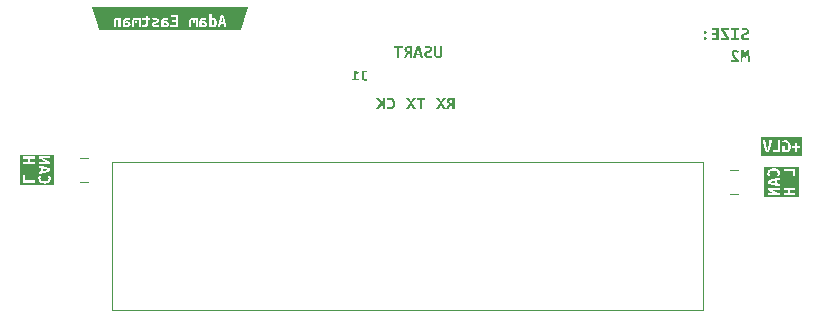
<source format=gbr>
%TF.GenerationSoftware,KiCad,Pcbnew,9.0.4*%
%TF.CreationDate,2026-01-24T19:15:15+00:00*%
%TF.ProjectId,can-repeater,63616e2d-7265-4706-9561-7465722e6b69,rev?*%
%TF.SameCoordinates,Original*%
%TF.FileFunction,Legend,Bot*%
%TF.FilePolarity,Positive*%
%FSLAX46Y46*%
G04 Gerber Fmt 4.6, Leading zero omitted, Abs format (unit mm)*
G04 Created by KiCad (PCBNEW 9.0.4) date 2026-01-24 19:15:15*
%MOMM*%
%LPD*%
G01*
G04 APERTURE LIST*
%ADD10C,0.083820*%
%ADD11C,0.100000*%
%ADD12C,0.220000*%
%ADD13C,0.150000*%
%ADD14C,0.000000*%
G04 APERTURE END LIST*
D10*
X140300000Y-76800000D02*
X190300000Y-76800000D01*
X190300000Y-76800000D02*
X190300000Y-89300000D01*
D11*
X138250000Y-76450000D02*
X137550000Y-76450000D01*
X193300000Y-79450000D02*
X192600000Y-79450000D01*
D10*
X190300000Y-89300000D02*
X140300000Y-89300000D01*
X140300000Y-89300000D02*
X140300000Y-76800000D01*
D11*
X137550000Y-78450000D02*
X138250000Y-78450000D01*
X192600000Y-77450000D02*
X193300000Y-77450000D01*
D12*
G36*
X193533559Y-66136025D02*
G01*
X193541343Y-66212781D01*
X193563247Y-66275665D01*
X193598878Y-66329789D01*
X193646265Y-66373527D01*
X193703550Y-66406679D01*
X193773278Y-66430955D01*
X193848894Y-66444846D01*
X193934075Y-66449694D01*
X194010721Y-66447426D01*
X194083588Y-66440761D01*
X194155242Y-66428879D01*
X194226385Y-66411006D01*
X194226385Y-66230462D01*
X194154248Y-66252224D01*
X194078685Y-66270023D01*
X194003189Y-66281979D01*
X193930314Y-66286345D01*
X193879675Y-66283894D01*
X193840847Y-66277344D01*
X193806254Y-66266113D01*
X193780733Y-66252493D01*
X193760311Y-66234854D01*
X193746948Y-66214946D01*
X193739093Y-66192236D01*
X193736403Y-66166788D01*
X193741732Y-66133235D01*
X193757090Y-66106405D01*
X193780360Y-66083957D01*
X193811563Y-66063284D01*
X193888603Y-66029499D01*
X193976524Y-65997192D01*
X194064446Y-65958168D01*
X194105457Y-65933676D01*
X194141486Y-65904166D01*
X194171822Y-65869065D01*
X194195958Y-65827260D01*
X194211092Y-65779706D01*
X194216578Y-65719591D01*
X194211280Y-65663103D01*
X194195555Y-65610042D01*
X194168764Y-65561881D01*
X194129463Y-65519636D01*
X194079588Y-65485780D01*
X194013735Y-65458111D01*
X193939062Y-65441387D01*
X193843131Y-65435207D01*
X193781942Y-65438162D01*
X193718805Y-65445685D01*
X193658691Y-65456633D01*
X193605696Y-65469596D01*
X193605696Y-65637245D01*
X193658288Y-65620050D01*
X193717260Y-65606415D01*
X193778517Y-65597415D01*
X193837086Y-65594258D01*
X193884077Y-65596405D01*
X193919768Y-65602117D01*
X193951627Y-65611836D01*
X193975382Y-65623744D01*
X193994429Y-65639404D01*
X194006951Y-65657663D01*
X194014197Y-65678606D01*
X194016690Y-65702329D01*
X194011514Y-65730997D01*
X193996070Y-65755257D01*
X193972851Y-65775632D01*
X193941195Y-65795020D01*
X193863818Y-65827998D01*
X193775158Y-65861045D01*
X193686498Y-65901210D01*
X193645338Y-65926267D01*
X193609055Y-65955951D01*
X193578365Y-65990965D01*
X193554247Y-66032118D01*
X193539015Y-66078623D01*
X193533559Y-66136025D01*
G37*
G36*
X193341530Y-65602855D02*
G01*
X193341530Y-65452402D01*
X192720841Y-65452402D01*
X192720841Y-65602855D01*
X192937253Y-65602855D01*
X192937253Y-66282046D01*
X192720841Y-66282046D01*
X192720841Y-66432500D01*
X193341530Y-66432500D01*
X193341530Y-66282046D01*
X193125118Y-66282046D01*
X193125118Y-65602855D01*
X193341530Y-65602855D01*
G37*
G36*
X192530289Y-66432500D02*
G01*
X192530289Y-66294808D01*
X192080943Y-65620050D01*
X192516050Y-65620050D01*
X192516050Y-65452402D01*
X191846531Y-65452402D01*
X191846531Y-65600572D01*
X192298900Y-66264851D01*
X191840486Y-66264851D01*
X191840486Y-66432500D01*
X192530289Y-66432500D01*
G37*
G36*
X191624411Y-66432500D02*
G01*
X191624411Y-65452402D01*
X191033074Y-65452402D01*
X191033074Y-65607154D01*
X191436612Y-65607154D01*
X191436612Y-65852178D01*
X191051881Y-65852178D01*
X191051881Y-66002632D01*
X191436612Y-66002632D01*
X191436612Y-66277747D01*
X191033074Y-66277747D01*
X191033074Y-66432500D01*
X191624411Y-66432500D01*
G37*
G36*
X190493859Y-65663037D02*
G01*
X190466065Y-65665711D01*
X190440529Y-65673582D01*
X190417323Y-65686171D01*
X190397744Y-65702531D01*
X190381651Y-65722429D01*
X190369198Y-65745786D01*
X190361308Y-65771282D01*
X190358653Y-65798445D01*
X190361326Y-65826307D01*
X190369198Y-65851910D01*
X190381663Y-65875150D01*
X190397744Y-65894762D01*
X190417294Y-65910801D01*
X190440529Y-65923308D01*
X190466065Y-65931180D01*
X190493859Y-65933853D01*
X190521664Y-65931170D01*
X190546921Y-65923308D01*
X190569889Y-65910845D01*
X190589706Y-65894762D01*
X190606069Y-65875128D01*
X190618655Y-65851910D01*
X190626476Y-65826310D01*
X190629133Y-65798445D01*
X190626494Y-65771279D01*
X190618655Y-65745786D01*
X190606081Y-65722451D01*
X190589706Y-65702531D01*
X190569861Y-65686128D01*
X190546921Y-65673582D01*
X190521664Y-65665720D01*
X190493859Y-65663037D01*
G37*
G36*
X190493859Y-66178878D02*
G01*
X190466065Y-66181551D01*
X190440529Y-66189423D01*
X190417299Y-66201944D01*
X190397744Y-66218036D01*
X190381670Y-66237604D01*
X190369198Y-66260888D01*
X190361311Y-66286336D01*
X190358653Y-66313547D01*
X190361325Y-66341351D01*
X190369198Y-66366945D01*
X190381651Y-66390302D01*
X190397744Y-66410200D01*
X190417323Y-66426560D01*
X190440529Y-66439149D01*
X190466065Y-66447020D01*
X190493859Y-66449694D01*
X190521664Y-66447011D01*
X190546921Y-66439149D01*
X190569861Y-66426603D01*
X190589706Y-66410200D01*
X190606081Y-66390280D01*
X190618655Y-66366945D01*
X190626477Y-66341354D01*
X190629133Y-66313547D01*
X190626491Y-66286333D01*
X190618655Y-66260888D01*
X190606062Y-66237626D01*
X190589706Y-66218036D01*
X190569885Y-66201900D01*
X190546921Y-66189423D01*
X190521664Y-66181561D01*
X190493859Y-66178878D01*
G37*
G36*
X193650765Y-68280500D02*
G01*
X193668766Y-67726172D01*
X193675550Y-67504925D01*
X193722903Y-67652624D01*
X193831847Y-67988190D01*
X193947575Y-67988190D01*
X194046042Y-67652624D01*
X194087349Y-67504925D01*
X194092588Y-67721672D01*
X194109112Y-68280500D01*
X194266215Y-68280500D01*
X194218123Y-67300402D01*
X194009167Y-67300402D01*
X193922791Y-67580420D01*
X193881483Y-67738195D01*
X193840176Y-67589488D01*
X193749232Y-67300402D01*
X193536515Y-67300402D01*
X193487684Y-68280500D01*
X193650765Y-68280500D01*
G37*
G36*
X193357314Y-68280500D02*
G01*
X193357314Y-68146636D01*
X193125118Y-67913567D01*
X193020338Y-67800996D01*
X192983930Y-67754254D01*
X192959418Y-67716567D01*
X192941147Y-67679552D01*
X192931275Y-67647923D01*
X192924491Y-67582637D01*
X192926762Y-67555495D01*
X192933491Y-67529911D01*
X192944663Y-67506407D01*
X192959821Y-67486588D01*
X192979020Y-67470353D01*
X193003412Y-67457438D01*
X193030915Y-67449397D01*
X193063526Y-67446557D01*
X193119527Y-67453057D01*
X193170993Y-67472349D01*
X193218669Y-67501979D01*
X193264892Y-67541128D01*
X193361814Y-67415190D01*
X193293923Y-67361265D01*
X193217943Y-67319276D01*
X193163562Y-67299366D01*
X193106035Y-67287305D01*
X193044719Y-67283207D01*
X192974642Y-67287995D01*
X192913946Y-67301611D01*
X192858874Y-67324743D01*
X192813599Y-67356016D01*
X192776842Y-67396183D01*
X192748984Y-67446087D01*
X192732074Y-67502780D01*
X192726080Y-67570614D01*
X192730120Y-67627815D01*
X192741864Y-67679827D01*
X192761042Y-67729420D01*
X192787739Y-67778495D01*
X192820593Y-67825658D01*
X192861757Y-67874543D01*
X192962037Y-67975831D01*
X193104834Y-68112851D01*
X192690751Y-68112851D01*
X192690751Y-68280500D01*
X193357314Y-68280500D01*
G37*
G36*
X167533663Y-67584181D02*
G01*
X167540320Y-67674536D01*
X167558850Y-67748806D01*
X167590019Y-67814655D01*
X167630987Y-67866953D01*
X167682584Y-67908034D01*
X167745574Y-67938150D01*
X167815830Y-67955892D01*
X167897371Y-67962128D01*
X167988228Y-67955693D01*
X168059713Y-67938150D01*
X168122008Y-67908259D01*
X168169464Y-67869169D01*
X168205375Y-67819881D01*
X168230317Y-67759688D01*
X168244156Y-67692901D01*
X168249056Y-67614943D01*
X168249056Y-66964836D01*
X168064213Y-66964836D01*
X168064213Y-67605070D01*
X168061931Y-67653172D01*
X168055616Y-67692991D01*
X168043503Y-67728925D01*
X168025525Y-67757941D01*
X168001458Y-67781273D01*
X167971792Y-67798174D01*
X167937102Y-67807998D01*
X167890587Y-67811675D01*
X167846783Y-67808530D01*
X167813211Y-67800055D01*
X167784251Y-67784788D01*
X167760619Y-67762441D01*
X167742638Y-67733806D01*
X167729051Y-67695946D01*
X167721372Y-67653151D01*
X167718506Y-67597547D01*
X167718506Y-66964836D01*
X167533663Y-66964836D01*
X167533663Y-67584181D01*
G37*
G36*
X166702205Y-67648459D02*
G01*
X166709989Y-67725215D01*
X166731893Y-67788099D01*
X166767523Y-67842223D01*
X166814911Y-67885961D01*
X166872195Y-67919113D01*
X166941923Y-67943389D01*
X167017540Y-67957280D01*
X167102721Y-67962128D01*
X167179367Y-67959860D01*
X167252234Y-67953195D01*
X167323888Y-67941313D01*
X167395031Y-67923440D01*
X167395031Y-67742896D01*
X167322893Y-67764658D01*
X167247331Y-67782457D01*
X167171835Y-67794413D01*
X167098959Y-67798779D01*
X167048321Y-67796328D01*
X167009493Y-67789778D01*
X166974899Y-67778547D01*
X166949379Y-67764927D01*
X166928957Y-67747288D01*
X166915594Y-67727380D01*
X166907739Y-67704670D01*
X166905049Y-67679222D01*
X166910378Y-67645669D01*
X166925736Y-67618839D01*
X166949006Y-67596391D01*
X166980209Y-67575718D01*
X167057249Y-67541933D01*
X167145170Y-67509626D01*
X167233091Y-67470602D01*
X167274103Y-67446110D01*
X167310132Y-67416600D01*
X167340468Y-67381499D01*
X167364604Y-67339694D01*
X167379738Y-67292140D01*
X167385224Y-67232025D01*
X167379926Y-67175537D01*
X167364201Y-67122476D01*
X167337410Y-67074315D01*
X167298109Y-67032070D01*
X167248234Y-66998214D01*
X167182381Y-66970545D01*
X167107708Y-66953821D01*
X167011777Y-66947641D01*
X166950588Y-66950596D01*
X166887451Y-66958119D01*
X166827337Y-66969067D01*
X166774342Y-66982030D01*
X166774342Y-67149679D01*
X166826934Y-67132484D01*
X166885906Y-67118849D01*
X166947162Y-67109849D01*
X167005732Y-67106692D01*
X167052723Y-67108839D01*
X167088414Y-67114551D01*
X167120272Y-67124270D01*
X167144028Y-67136178D01*
X167163075Y-67151838D01*
X167175597Y-67170097D01*
X167182843Y-67191040D01*
X167185336Y-67214763D01*
X167180160Y-67243431D01*
X167164716Y-67267691D01*
X167141497Y-67288066D01*
X167109840Y-67307454D01*
X167032464Y-67340432D01*
X166943804Y-67373479D01*
X166855144Y-67413644D01*
X166813984Y-67438701D01*
X166777701Y-67468385D01*
X166747011Y-67503399D01*
X166722893Y-67544552D01*
X166707661Y-67591057D01*
X166702205Y-67648459D01*
G37*
G36*
X166619859Y-67944934D02*
G01*
X166436493Y-67944934D01*
X166380946Y-67751493D01*
X166038262Y-67751493D01*
X165984192Y-67944934D01*
X165779804Y-67944934D01*
X165881827Y-67601040D01*
X166079569Y-67601040D01*
X166336616Y-67601040D01*
X166207320Y-67141619D01*
X166079569Y-67601040D01*
X165881827Y-67601040D01*
X166070569Y-66964836D01*
X166329094Y-66964836D01*
X166619859Y-67944934D01*
G37*
G36*
X165680195Y-67944934D02*
G01*
X165495352Y-67944934D01*
X165495352Y-67540858D01*
X165460023Y-67540858D01*
X165415122Y-67546733D01*
X165377743Y-67563628D01*
X165347209Y-67591231D01*
X165323271Y-67631197D01*
X165184975Y-67944934D01*
X164967825Y-67944934D01*
X165124860Y-67617764D01*
X165156670Y-67559553D01*
X165185042Y-67521313D01*
X165217438Y-67493543D01*
X165251134Y-67479938D01*
X165205906Y-67469485D01*
X165165093Y-67453676D01*
X165128193Y-67431840D01*
X165097121Y-67404510D01*
X165071912Y-67371499D01*
X165052723Y-67332037D01*
X165041072Y-67288107D01*
X165038354Y-67253787D01*
X165230850Y-67253787D01*
X165234364Y-67286686D01*
X165244417Y-67314573D01*
X165260670Y-67338825D01*
X165282702Y-67358970D01*
X165309415Y-67374322D01*
X165342481Y-67385770D01*
X165378524Y-67392371D01*
X165420193Y-67394703D01*
X165495352Y-67394703D01*
X165495352Y-67119588D01*
X165414215Y-67119588D01*
X165353523Y-67123739D01*
X165308923Y-67134711D01*
X165276725Y-67150888D01*
X165251993Y-67175145D01*
X165236523Y-67208411D01*
X165230850Y-67253787D01*
X165038354Y-67253787D01*
X165036939Y-67235921D01*
X165043672Y-67164503D01*
X165062127Y-67109043D01*
X165092746Y-67062006D01*
X165133928Y-67024950D01*
X165184133Y-66997758D01*
X165246634Y-66978739D01*
X165314735Y-66968479D01*
X165393863Y-66964836D01*
X165680195Y-66964836D01*
X165680195Y-67944934D01*
G37*
G36*
X164413631Y-67119588D02*
G01*
X164413631Y-67944934D01*
X164602975Y-67944934D01*
X164602975Y-67119588D01*
X164871978Y-67119588D01*
X164871978Y-66964836D01*
X164144628Y-66964836D01*
X164144628Y-67119588D01*
X164413631Y-67119588D01*
G37*
G36*
X169286134Y-72313000D02*
G01*
X169101291Y-72313000D01*
X169101291Y-71908924D01*
X169065961Y-71908924D01*
X169021060Y-71914799D01*
X168983682Y-71931694D01*
X168953147Y-71959297D01*
X168929210Y-71999263D01*
X168790913Y-72313000D01*
X168573763Y-72313000D01*
X168730799Y-71985830D01*
X168762609Y-71927619D01*
X168790980Y-71889379D01*
X168823376Y-71861609D01*
X168857072Y-71848004D01*
X168811845Y-71837551D01*
X168771032Y-71821742D01*
X168734131Y-71799906D01*
X168703059Y-71772576D01*
X168677850Y-71739565D01*
X168658662Y-71700103D01*
X168647010Y-71656173D01*
X168644293Y-71621853D01*
X168836788Y-71621853D01*
X168840302Y-71654752D01*
X168850356Y-71682639D01*
X168866609Y-71706891D01*
X168888641Y-71727036D01*
X168915353Y-71742388D01*
X168948419Y-71753836D01*
X168984462Y-71760437D01*
X169026131Y-71762769D01*
X169101291Y-71762769D01*
X169101291Y-71487654D01*
X169020153Y-71487654D01*
X168959461Y-71491805D01*
X168914862Y-71502777D01*
X168882663Y-71518954D01*
X168857931Y-71543211D01*
X168842462Y-71576477D01*
X168836788Y-71621853D01*
X168644293Y-71621853D01*
X168642878Y-71603987D01*
X168649610Y-71532569D01*
X168668065Y-71477109D01*
X168698684Y-71430072D01*
X168739866Y-71393016D01*
X168790071Y-71365824D01*
X168852572Y-71346805D01*
X168920673Y-71336545D01*
X168999802Y-71332902D01*
X169286134Y-71332902D01*
X169286134Y-72313000D01*
G37*
G36*
X167932387Y-72313000D02*
G01*
X168121730Y-71952314D01*
X168308118Y-72313000D01*
X168531246Y-72313000D01*
X168230272Y-71809719D01*
X168512507Y-71332902D01*
X168295357Y-71332902D01*
X168117230Y-71670952D01*
X167945149Y-71332902D01*
X167727999Y-71332902D01*
X168007345Y-71804816D01*
X167697169Y-72313000D01*
X167932387Y-72313000D01*
G37*
G36*
X166328042Y-71487654D02*
G01*
X166328042Y-72313000D01*
X166517385Y-72313000D01*
X166517385Y-71487654D01*
X166786388Y-71487654D01*
X166786388Y-71332902D01*
X166059039Y-71332902D01*
X166059039Y-71487654D01*
X166328042Y-71487654D01*
G37*
G36*
X165395095Y-72313000D02*
G01*
X165584438Y-71952314D01*
X165770826Y-72313000D01*
X165993954Y-72313000D01*
X165692980Y-71809719D01*
X165975214Y-71332902D01*
X165758064Y-71332902D01*
X165579938Y-71670952D01*
X165407857Y-71332902D01*
X165190706Y-71332902D01*
X165470053Y-71804816D01*
X165159877Y-72313000D01*
X165395095Y-72313000D01*
G37*
G36*
X163554053Y-72270013D02*
G01*
X163619398Y-72295050D01*
X163680663Y-72312126D01*
X163742733Y-72322410D01*
X163808011Y-72325896D01*
X163878163Y-72322186D01*
X163940334Y-72311576D01*
X163995541Y-72294663D01*
X164047534Y-72270194D01*
X164093163Y-72239301D01*
X164133098Y-72201771D01*
X164166723Y-72158391D01*
X164195065Y-72107717D01*
X164217997Y-72048765D01*
X164233534Y-71987170D01*
X164243400Y-71916731D01*
X164246879Y-71836250D01*
X164243122Y-71753885D01*
X164232383Y-71680644D01*
X164215310Y-71615472D01*
X164190610Y-71552988D01*
X164160521Y-71498901D01*
X164125173Y-71452257D01*
X164083369Y-71411426D01*
X164036100Y-71377674D01*
X163982779Y-71350701D01*
X163925910Y-71331598D01*
X163863442Y-71319788D01*
X163794510Y-71315707D01*
X163731038Y-71317185D01*
X163672804Y-71322692D01*
X163614974Y-71333238D01*
X163554053Y-71350096D01*
X163554053Y-71534939D01*
X163617809Y-71508579D01*
X163675827Y-71491886D01*
X163732581Y-71482078D01*
X163781010Y-71479057D01*
X163847527Y-71485722D01*
X163900500Y-71504244D01*
X163945673Y-71534439D01*
X163982040Y-71574769D01*
X164009291Y-71623486D01*
X164028990Y-71682841D01*
X164040077Y-71747267D01*
X164043968Y-71820533D01*
X164039911Y-71897771D01*
X164028587Y-71962725D01*
X164008399Y-72021765D01*
X163980831Y-72068915D01*
X163944123Y-72107205D01*
X163898216Y-72135343D01*
X163844838Y-72152194D01*
X163778726Y-72158247D01*
X163724993Y-72153277D01*
X163666423Y-72140112D01*
X163607787Y-72120835D01*
X163554053Y-72098066D01*
X163554053Y-72270013D01*
G37*
G36*
X162882587Y-72313000D02*
G01*
X163177919Y-71839071D01*
X163177919Y-72313000D01*
X163365785Y-72313000D01*
X163365785Y-71332902D01*
X163177919Y-71332902D01*
X163177919Y-71781777D01*
X162884132Y-71332902D01*
X162660937Y-71332902D01*
X162994554Y-71801121D01*
X162643675Y-72313000D01*
X162882587Y-72313000D01*
G37*
D13*
G36*
X161400636Y-69634831D02*
G01*
X161405750Y-69689751D01*
X161420481Y-69738146D01*
X161445042Y-69781702D01*
X161478549Y-69818105D01*
X161520665Y-69847136D01*
X161573499Y-69869433D01*
X161632912Y-69882772D01*
X161705329Y-69887568D01*
X161759943Y-69884787D01*
X161811880Y-69876577D01*
X161861114Y-69863799D01*
X161901395Y-69848880D01*
X161901395Y-69701162D01*
X161861461Y-69724737D01*
X161812612Y-69743752D01*
X161759306Y-69756446D01*
X161705329Y-69760952D01*
X161682738Y-69759169D01*
X161658556Y-69753588D01*
X161635694Y-69743791D01*
X161615142Y-69728914D01*
X161598159Y-69709527D01*
X161583757Y-69683576D01*
X161574764Y-69653599D01*
X161571423Y-69614169D01*
X161571423Y-69194700D01*
X161894556Y-69194700D01*
X161894556Y-69071601D01*
X161400636Y-69071601D01*
X161400636Y-69634831D01*
G37*
G36*
X161146135Y-69873500D02*
G01*
X161146135Y-69739850D01*
X160918684Y-69739850D01*
X160918684Y-69223056D01*
X161116765Y-69321315D01*
X161171414Y-69198217D01*
X160887970Y-69064567D01*
X160747897Y-69064567D01*
X160747897Y-69739850D01*
X160551831Y-69739850D01*
X160551831Y-69873500D01*
X161146135Y-69873500D01*
G37*
D14*
%TO.C,kibuzzard-694AF8B0*%
G36*
X134561012Y-77359532D02*
G01*
X134660366Y-77381341D01*
X134760528Y-77407189D01*
X134867959Y-77437076D01*
X134760528Y-77466963D01*
X134660366Y-77492811D01*
X134561012Y-77515428D01*
X134457620Y-77535622D01*
X134457620Y-77340145D01*
X134561012Y-77359532D01*
G37*
G36*
X135353689Y-76296527D02*
G01*
X135353689Y-78603473D01*
X135353689Y-78738099D01*
X132446311Y-78738099D01*
X132446311Y-78603473D01*
X132446311Y-77903958D01*
X132715563Y-77903958D01*
X132715563Y-78532391D01*
X133715563Y-78532391D01*
X133715563Y-78332068D01*
X132880345Y-78332068D01*
X132880345Y-78168901D01*
X134040819Y-78168901D01*
X134055897Y-78298860D01*
X134101131Y-78406561D01*
X134176521Y-78492003D01*
X134251541Y-78540771D01*
X134340899Y-78575606D01*
X134444595Y-78596506D01*
X134562628Y-78603473D01*
X134680156Y-78594992D01*
X134783953Y-78569548D01*
X134873411Y-78528958D01*
X134947927Y-78475040D01*
X135006893Y-78408805D01*
X135049704Y-78331260D01*
X135075754Y-78244225D01*
X135084437Y-78149515D01*
X135075552Y-78053393D01*
X135055358Y-77978271D01*
X135031125Y-77924152D01*
X135011739Y-77891034D01*
X134853419Y-77942730D01*
X134894615Y-78032391D01*
X134911578Y-78152746D01*
X134894615Y-78244023D01*
X134838072Y-78323183D01*
X134732256Y-78379725D01*
X134657943Y-78396082D01*
X134567474Y-78401535D01*
X134462197Y-78394983D01*
X134374690Y-78375328D01*
X134304954Y-78342569D01*
X134236497Y-78264822D01*
X134213678Y-78149515D01*
X134231449Y-78021082D01*
X134266990Y-77939499D01*
X134110285Y-77889418D01*
X134062628Y-78003312D01*
X134046271Y-78080654D01*
X134040819Y-78168901D01*
X132880345Y-78168901D01*
X132880345Y-77903958D01*
X132715563Y-77903958D01*
X132446311Y-77903958D01*
X132446311Y-77618013D01*
X134061820Y-77618013D01*
X134061820Y-77824798D01*
X134177975Y-77796300D01*
X134289930Y-77767674D01*
X134397684Y-77738918D01*
X134501239Y-77710032D01*
X134600592Y-77681018D01*
X134720594Y-77644972D01*
X134837466Y-77609532D01*
X134951208Y-77574697D01*
X135061820Y-77540468D01*
X135061820Y-77323990D01*
X134950300Y-77288500D01*
X134835447Y-77253110D01*
X134717262Y-77217821D01*
X134595746Y-77182633D01*
X134495552Y-77154685D01*
X134392062Y-77127060D01*
X134285277Y-77099758D01*
X134175197Y-77072779D01*
X134061820Y-77046123D01*
X134061820Y-77259370D01*
X134292838Y-77306220D01*
X134292838Y-77572779D01*
X134061820Y-77618013D01*
X132446311Y-77618013D01*
X132446311Y-77259370D01*
X132446311Y-76495234D01*
X132715563Y-76495234D01*
X133156597Y-76495234D01*
X133156597Y-76760178D01*
X132715563Y-76760178D01*
X132715563Y-76958885D01*
X133715563Y-76958885D01*
X133715563Y-76777948D01*
X134061820Y-76777948D01*
X134061820Y-76957270D01*
X135061820Y-76957270D01*
X135061820Y-76797334D01*
X134987709Y-76752100D01*
X134907539Y-76706866D01*
X134824542Y-76662237D01*
X134741949Y-76618821D01*
X134660770Y-76577625D01*
X134582014Y-76539661D01*
X134509316Y-76505937D01*
X134446311Y-76477464D01*
X135061820Y-76477464D01*
X135061820Y-76298142D01*
X134061820Y-76298142D01*
X134061820Y-76458078D01*
X134172662Y-76504658D01*
X134283324Y-76553931D01*
X134393807Y-76605897D01*
X134504290Y-76660555D01*
X134614952Y-76717905D01*
X134725794Y-76777948D01*
X134061820Y-76777948D01*
X133715563Y-76777948D01*
X133715563Y-76760178D01*
X133321379Y-76760178D01*
X133321379Y-76495234D01*
X133715563Y-76495234D01*
X133715563Y-76458078D01*
X133715563Y-76296527D01*
X132715563Y-76296527D01*
X132715563Y-76495234D01*
X132446311Y-76495234D01*
X132446311Y-76296527D01*
X132446311Y-76161901D01*
X135353689Y-76161901D01*
X135353689Y-76296527D01*
G37*
%TO.C,kibuzzard-694AF877*%
G36*
X198658131Y-76241061D02*
G01*
X198523506Y-76241061D01*
X198098627Y-76241061D01*
X197328029Y-76241061D01*
X196229483Y-76241061D01*
X195864378Y-76241061D01*
X195376494Y-76241061D01*
X195241869Y-76241061D01*
X195241869Y-74950808D01*
X195376494Y-74950808D01*
X195398102Y-75053393D01*
X195424152Y-75167286D01*
X195454443Y-75289863D01*
X195488772Y-75418498D01*
X195513813Y-75506812D01*
X195540468Y-75596204D01*
X195568740Y-75686672D01*
X195598178Y-75776692D01*
X195628334Y-75864737D01*
X195659208Y-75950808D01*
X195864378Y-75950808D01*
X195904362Y-75832068D01*
X195919012Y-75786026D01*
X196229483Y-75786026D01*
X196229483Y-75950808D01*
X196857916Y-75950808D01*
X196857916Y-75000889D01*
X197030775Y-75000889D01*
X197082472Y-75159208D01*
X197169709Y-75118821D01*
X197276333Y-75101050D01*
X197395880Y-75126898D01*
X197475848Y-75198788D01*
X197521082Y-75308643D01*
X197531381Y-75375889D01*
X197534814Y-75450000D01*
X197528532Y-75559047D01*
X197509684Y-75647092D01*
X197478271Y-75714136D01*
X197408401Y-75777746D01*
X197311874Y-75798950D01*
X197273102Y-75797334D01*
X197234330Y-75792488D01*
X197234330Y-75427383D01*
X197035622Y-75427383D01*
X197035622Y-75926575D01*
X197146284Y-75955654D01*
X197229281Y-75967771D01*
X197328029Y-75971809D01*
X197417084Y-75963530D01*
X197496850Y-75938691D01*
X197566519Y-75897496D01*
X197625283Y-75840145D01*
X197672536Y-75766640D01*
X197707674Y-75676979D01*
X197729483Y-75571365D01*
X197736753Y-75450000D01*
X197736411Y-75445153D01*
X197844992Y-75445153D01*
X197844992Y-75608320D01*
X198098627Y-75608320D01*
X198098627Y-75889418D01*
X198269871Y-75889418D01*
X198269871Y-75608320D01*
X198523506Y-75608320D01*
X198523506Y-75445153D01*
X198269871Y-75445153D01*
X198269871Y-75164055D01*
X198098627Y-75164055D01*
X198098627Y-75445153D01*
X197844992Y-75445153D01*
X197736411Y-75445153D01*
X197728271Y-75329847D01*
X197702827Y-75224637D01*
X197662843Y-75134774D01*
X197610743Y-75060662D01*
X197547334Y-75002706D01*
X197473425Y-74961309D01*
X197391438Y-74936470D01*
X197303796Y-74928191D01*
X197199596Y-74937076D01*
X197119628Y-74957270D01*
X197063893Y-74981502D01*
X197030775Y-75000889D01*
X196857916Y-75000889D01*
X196857916Y-74950808D01*
X196657593Y-74950808D01*
X196657593Y-75786026D01*
X196229483Y-75786026D01*
X195919012Y-75786026D01*
X195946769Y-75698788D01*
X195975310Y-75605179D01*
X196002773Y-75511748D01*
X196029160Y-75418498D01*
X196054111Y-75327042D01*
X196077266Y-75238997D01*
X196098627Y-75154362D01*
X196125283Y-75041276D01*
X196143861Y-74950808D01*
X195933845Y-74950808D01*
X195921729Y-75034612D01*
X195904766Y-75130937D01*
X195884370Y-75235137D01*
X195861955Y-75342569D01*
X195837722Y-75450808D01*
X195811874Y-75557431D01*
X195785420Y-75657795D01*
X195759370Y-75747254D01*
X195733522Y-75659006D01*
X195707674Y-75559047D01*
X195682633Y-75452423D01*
X195659208Y-75344184D01*
X195637399Y-75236551D01*
X195617205Y-75131745D01*
X195599435Y-75034814D01*
X195584895Y-74950808D01*
X195376494Y-74950808D01*
X195241869Y-74950808D01*
X195241869Y-74658939D01*
X195376494Y-74658939D01*
X198523506Y-74658939D01*
X198658131Y-74658939D01*
X198658131Y-76241061D01*
G37*
%TO.C,kibuzzard-6972C6E9*%
G36*
X196392380Y-78559855D02*
G01*
X196288988Y-78540468D01*
X196189634Y-78518659D01*
X196089472Y-78492811D01*
X195982041Y-78462924D01*
X196089472Y-78433037D01*
X196189634Y-78407189D01*
X196288988Y-78384572D01*
X196392380Y-78364378D01*
X196392380Y-78559855D01*
G37*
G36*
X198403689Y-78640630D02*
G01*
X198403689Y-79603473D01*
X198403689Y-79738099D01*
X195496311Y-79738099D01*
X195496311Y-79603473D01*
X197134437Y-79603473D01*
X198134437Y-79603473D01*
X198134437Y-79404766D01*
X197693403Y-79404766D01*
X197693403Y-79139822D01*
X198134437Y-79139822D01*
X198134437Y-78941115D01*
X197134437Y-78941115D01*
X197134437Y-79139822D01*
X197528621Y-79139822D01*
X197528621Y-79404766D01*
X197134437Y-79404766D01*
X197134437Y-79441922D01*
X197134437Y-79603473D01*
X195496311Y-79603473D01*
X195496311Y-78942730D01*
X195788180Y-78942730D01*
X195788180Y-79102666D01*
X195862291Y-79147900D01*
X195942461Y-79193134D01*
X196025458Y-79237763D01*
X196108051Y-79281179D01*
X196189230Y-79322375D01*
X196267986Y-79360339D01*
X196340684Y-79394063D01*
X196403689Y-79422536D01*
X195788180Y-79422536D01*
X195788180Y-79601858D01*
X196788180Y-79601858D01*
X196788180Y-79441922D01*
X196677338Y-79395342D01*
X196566676Y-79346069D01*
X196456193Y-79294103D01*
X196345710Y-79239445D01*
X196235048Y-79182095D01*
X196124206Y-79122052D01*
X196788180Y-79122052D01*
X196788180Y-78942730D01*
X195788180Y-78942730D01*
X195496311Y-78942730D01*
X195496311Y-78359532D01*
X195788180Y-78359532D01*
X195788180Y-78576010D01*
X195899700Y-78611500D01*
X196014553Y-78646890D01*
X196132738Y-78682179D01*
X196254254Y-78717367D01*
X196354448Y-78745315D01*
X196457938Y-78772940D01*
X196564723Y-78800242D01*
X196674803Y-78827221D01*
X196788180Y-78853877D01*
X196788180Y-78640630D01*
X196557162Y-78593780D01*
X196557162Y-78327221D01*
X196788180Y-78281987D01*
X196788180Y-78075202D01*
X196672025Y-78103700D01*
X196560070Y-78132326D01*
X196452316Y-78161082D01*
X196348761Y-78189968D01*
X196249408Y-78218982D01*
X196129406Y-78255028D01*
X196012534Y-78290468D01*
X195898792Y-78325303D01*
X195788180Y-78359532D01*
X195496311Y-78359532D01*
X195496311Y-77750485D01*
X195765563Y-77750485D01*
X195774448Y-77846607D01*
X195794642Y-77921729D01*
X195818875Y-77975848D01*
X195838261Y-78008966D01*
X195996581Y-77957270D01*
X195955385Y-77867609D01*
X195938422Y-77747254D01*
X195955385Y-77655977D01*
X196011928Y-77576817D01*
X196117744Y-77520275D01*
X196192057Y-77503918D01*
X196282526Y-77498465D01*
X196387803Y-77505017D01*
X196475310Y-77524672D01*
X196545046Y-77557431D01*
X196613503Y-77635178D01*
X196636322Y-77750485D01*
X196618551Y-77878918D01*
X196583010Y-77960501D01*
X196739715Y-78010582D01*
X196787372Y-77896688D01*
X196803729Y-77819346D01*
X196809181Y-77731099D01*
X196794103Y-77601140D01*
X196748869Y-77493439D01*
X196673479Y-77407997D01*
X196611350Y-77367609D01*
X197134437Y-77367609D01*
X197134437Y-77567932D01*
X197969655Y-77567932D01*
X197969655Y-77731099D01*
X197969655Y-77996042D01*
X198134437Y-77996042D01*
X198134437Y-77367609D01*
X197134437Y-77367609D01*
X196611350Y-77367609D01*
X196598459Y-77359229D01*
X196509101Y-77324394D01*
X196405405Y-77303494D01*
X196287372Y-77296527D01*
X196169844Y-77305008D01*
X196066047Y-77330452D01*
X195976589Y-77371042D01*
X195902073Y-77424960D01*
X195843107Y-77491195D01*
X195800296Y-77568740D01*
X195774246Y-77655775D01*
X195765563Y-77750485D01*
X195496311Y-77750485D01*
X195496311Y-77296527D01*
X195496311Y-77161901D01*
X198403689Y-77161901D01*
X198403689Y-77296527D01*
X198403689Y-77996042D01*
X198403689Y-78640630D01*
G37*
%TO.C,kibuzzard-6972BB08*%
G36*
X149633764Y-64637614D02*
G01*
X149659612Y-64737776D01*
X149682229Y-64837129D01*
X149702423Y-64940522D01*
X149506947Y-64940523D01*
X149526333Y-64837129D01*
X149548142Y-64737776D01*
X149573990Y-64637614D01*
X149603877Y-64530183D01*
X149633764Y-64637614D01*
G37*
G36*
X141563488Y-65010797D02*
G01*
X141614377Y-65024529D01*
X141649111Y-65051992D01*
X141662036Y-65098842D01*
X141623263Y-65172348D01*
X141523102Y-65194158D01*
X141460097Y-65193349D01*
X141406784Y-65189311D01*
X141406785Y-65014836D01*
X141453635Y-65009181D01*
X141503717Y-65006758D01*
X141563488Y-65010797D01*
G37*
G36*
X144794507Y-65010797D02*
G01*
X144845396Y-65024529D01*
X144880129Y-65051992D01*
X144893053Y-65098842D01*
X144854281Y-65172348D01*
X144754120Y-65194157D01*
X144691115Y-65193349D01*
X144637803Y-65189311D01*
X144637803Y-65014836D01*
X144684653Y-65009181D01*
X144734734Y-65006758D01*
X144794507Y-65010797D01*
G37*
G36*
X148025525Y-65010797D02*
G01*
X148076414Y-65024529D01*
X148111147Y-65051992D01*
X148124071Y-65098842D01*
X148085299Y-65172348D01*
X147985137Y-65194157D01*
X147922132Y-65193349D01*
X147868821Y-65189311D01*
X147868820Y-65014836D01*
X147915670Y-65009181D01*
X147965751Y-65006758D01*
X148025525Y-65010797D01*
G37*
G36*
X148876898Y-64746256D02*
G01*
X148918901Y-64788665D01*
X148943134Y-64857727D01*
X148951212Y-64951831D01*
X148941721Y-65044319D01*
X148913247Y-65118228D01*
X148863772Y-65166694D01*
X148791276Y-65182850D01*
X148746042Y-65181233D01*
X148702423Y-65176387D01*
X148702423Y-64762816D01*
X148754120Y-64741007D01*
X148815509Y-64732122D01*
X148876898Y-64746256D01*
G37*
G36*
X151200000Y-63676656D02*
G01*
X151784006Y-63676656D01*
X151200000Y-65623344D01*
X150930749Y-65623345D01*
X149426171Y-65623344D01*
X148792892Y-65623344D01*
X147999677Y-65623345D01*
X146821971Y-65623344D01*
X145865590Y-65623344D01*
X144768659Y-65623344D01*
X143985137Y-65623344D01*
X143023910Y-65623344D01*
X141975444Y-65623345D01*
X141537641Y-65623344D01*
X140408401Y-65623344D01*
X139469251Y-65623345D01*
X139200000Y-65623344D01*
X138985461Y-64908212D01*
X140408400Y-64908212D01*
X140408401Y-65336322D01*
X140607108Y-65336322D01*
X140607108Y-64934060D01*
X140613166Y-64842380D01*
X140631341Y-64780587D01*
X140729887Y-64733737D01*
X140774313Y-64735353D01*
X140820355Y-64740199D01*
X140820355Y-65336322D01*
X141019063Y-65336322D01*
X141019063Y-64866209D01*
X141216155Y-64866209D01*
X141216155Y-65318551D01*
X141345396Y-65341169D01*
X141436268Y-65350862D01*
X141537641Y-65354093D01*
X141669305Y-65341169D01*
X141770275Y-65298358D01*
X141834895Y-65220813D01*
X141857513Y-65103689D01*
X141831664Y-64992219D01*
X141762197Y-64919521D01*
X141668168Y-64882364D01*
X141975444Y-64882364D01*
X141975445Y-65336322D01*
X142136994Y-65336322D01*
X142136995Y-64872671D01*
X142142648Y-64799973D01*
X142157189Y-64757970D01*
X142178191Y-64738584D01*
X142203231Y-64733737D01*
X142233926Y-64736160D01*
X142263005Y-64745046D01*
X142254926Y-64812897D01*
X142251696Y-64895288D01*
X142251696Y-65047146D01*
X142413247Y-65047147D01*
X142413247Y-64872671D01*
X142428595Y-64764432D01*
X142477868Y-64733737D01*
X142501292Y-64735353D01*
X142527948Y-64740199D01*
X142527948Y-65336322D01*
X142689499Y-65336322D01*
X142689499Y-65312090D01*
X142781583Y-65312090D01*
X142900323Y-65344400D01*
X143023910Y-65354093D01*
X143146688Y-65342784D01*
X143237156Y-65299165D01*
X143293700Y-65207889D01*
X143308239Y-65139835D01*
X143308999Y-65126306D01*
X143637803Y-65126306D01*
X143655574Y-65215159D01*
X143714540Y-65287857D01*
X143821971Y-65336322D01*
X143895880Y-65349650D01*
X143985137Y-65354093D01*
X144076414Y-65348438D01*
X144153150Y-65331475D01*
X144264620Y-65291088D01*
X144233926Y-65124690D01*
X144113570Y-65166694D01*
X143983522Y-65186080D01*
X143872051Y-65175579D01*
X143833279Y-65132768D01*
X143845396Y-65097227D01*
X143879321Y-65072187D01*
X143929402Y-65051992D01*
X143988368Y-65032606D01*
X144077220Y-65002719D01*
X144159613Y-64959908D01*
X144221001Y-64894480D01*
X144227897Y-64866209D01*
X144447173Y-64866209D01*
X144447173Y-65318551D01*
X144576414Y-65341169D01*
X144667286Y-65350862D01*
X144768659Y-65354093D01*
X144900323Y-65341169D01*
X145001292Y-65298358D01*
X145065913Y-65220813D01*
X145075428Y-65171540D01*
X145224233Y-65171540D01*
X145224233Y-65336322D01*
X145865590Y-65336322D01*
X145865590Y-64882364D01*
X146821971Y-64882364D01*
X146821971Y-65336322D01*
X146983522Y-65336321D01*
X146983522Y-64872671D01*
X146989176Y-64799972D01*
X147003716Y-64757970D01*
X147024717Y-64738584D01*
X147049757Y-64733737D01*
X147080452Y-64736160D01*
X147109532Y-64745046D01*
X147101454Y-64812898D01*
X147098223Y-64895288D01*
X147098223Y-65047146D01*
X147259774Y-65047146D01*
X147259774Y-64872671D01*
X147275121Y-64764433D01*
X147324393Y-64733737D01*
X147347819Y-64735353D01*
X147374475Y-64740199D01*
X147374475Y-65336322D01*
X147536026Y-65336322D01*
X147536026Y-64866209D01*
X147678191Y-64866209D01*
X147678191Y-65318551D01*
X147807431Y-65341169D01*
X147898304Y-65350862D01*
X147999678Y-65354093D01*
X148131341Y-65341169D01*
X148196114Y-65313705D01*
X148503716Y-65313705D01*
X148564701Y-65329861D01*
X148637803Y-65342784D01*
X148716155Y-65351265D01*
X148792892Y-65354093D01*
X148901758Y-65342425D01*
X148917391Y-65336322D01*
X149212924Y-65336322D01*
X149426171Y-65336322D01*
X149473022Y-65105304D01*
X149739580Y-65105304D01*
X149784814Y-65336322D01*
X149991599Y-65336322D01*
X149963102Y-65220167D01*
X149934475Y-65108212D01*
X149905719Y-65000458D01*
X149876835Y-64896904D01*
X149847819Y-64797550D01*
X149811773Y-64677547D01*
X149776333Y-64560675D01*
X149741498Y-64446934D01*
X149707270Y-64336322D01*
X149490792Y-64336322D01*
X149455301Y-64447843D01*
X149419911Y-64562695D01*
X149384622Y-64680880D01*
X149349435Y-64802396D01*
X149321486Y-64902590D01*
X149293860Y-65006080D01*
X149266558Y-65112865D01*
X149239579Y-65222946D01*
X149212924Y-65336322D01*
X148917391Y-65336322D01*
X148991420Y-65307422D01*
X149061874Y-65249085D01*
X149112583Y-65170463D01*
X149143008Y-65074610D01*
X149153150Y-64961524D01*
X149144624Y-64846374D01*
X149119045Y-64748636D01*
X149076414Y-64668309D01*
X149017088Y-64608625D01*
X148941429Y-64572815D01*
X148849435Y-64560878D01*
X148770275Y-64569763D01*
X148702423Y-64594803D01*
X148702423Y-64249085D01*
X148503716Y-64215159D01*
X148503716Y-65313705D01*
X148196114Y-65313705D01*
X148232310Y-65298358D01*
X148296931Y-65220813D01*
X148319548Y-65103689D01*
X148293700Y-64992219D01*
X148224233Y-64919521D01*
X148124071Y-64879941D01*
X148006139Y-64867824D01*
X147933037Y-64871054D01*
X147868821Y-64880749D01*
X147868821Y-64856515D01*
X147904362Y-64762009D01*
X147952827Y-64733535D01*
X148027142Y-64724044D01*
X148136187Y-64732122D01*
X148221002Y-64751508D01*
X148248465Y-64591572D01*
X148143457Y-64568147D01*
X148074394Y-64560272D01*
X148002908Y-64557647D01*
X147917084Y-64563099D01*
X147847011Y-64579455D01*
X147747658Y-64640845D01*
X147694346Y-64737776D01*
X147678191Y-64866209D01*
X147536026Y-64866209D01*
X147536026Y-64606112D01*
X147411632Y-64578649D01*
X147303393Y-64568955D01*
X147228271Y-64579456D01*
X147170921Y-64614190D01*
X147106300Y-64582687D01*
X147028756Y-64568955D01*
X146925362Y-64588341D01*
X146861551Y-64646500D01*
X146830048Y-64744238D01*
X146823990Y-64808253D01*
X146821971Y-64882364D01*
X145865590Y-64882364D01*
X145865590Y-64336322D01*
X145259774Y-64336322D01*
X145259774Y-64501104D01*
X145666882Y-64501104D01*
X145666882Y-64725660D01*
X145313086Y-64725660D01*
X145313086Y-64890442D01*
X145666882Y-64890442D01*
X145666882Y-65171540D01*
X145224233Y-65171540D01*
X145075428Y-65171540D01*
X145088530Y-65103689D01*
X145062682Y-64992219D01*
X144993215Y-64919521D01*
X144893053Y-64879941D01*
X144775121Y-64867824D01*
X144702019Y-64871055D01*
X144637803Y-64880749D01*
X144637803Y-64856516D01*
X144673344Y-64762009D01*
X144721809Y-64733535D01*
X144796123Y-64724044D01*
X144905170Y-64732122D01*
X144989984Y-64751508D01*
X145017447Y-64591572D01*
X144912439Y-64568148D01*
X144843376Y-64560272D01*
X144771890Y-64557647D01*
X144686066Y-64563099D01*
X144615994Y-64579455D01*
X144516640Y-64640845D01*
X144463328Y-64737776D01*
X144447173Y-64866209D01*
X144227897Y-64866209D01*
X144245234Y-64795127D01*
X144226656Y-64703850D01*
X144168498Y-64627921D01*
X144067528Y-64576225D01*
X144000082Y-64562291D01*
X143920516Y-64557647D01*
X143848829Y-64560474D01*
X143782392Y-64568955D01*
X143671729Y-64601265D01*
X143702423Y-64769278D01*
X143788045Y-64742623D01*
X143918901Y-64724044D01*
X144021486Y-64742623D01*
X144048141Y-64782202D01*
X144036026Y-64813705D01*
X144003716Y-64838744D01*
X143956866Y-64860554D01*
X143899515Y-64880749D01*
X143809047Y-64913059D01*
X143724233Y-64957485D01*
X143662036Y-65025337D01*
X143637803Y-65126306D01*
X143308999Y-65126306D01*
X143313086Y-65053608D01*
X143313086Y-64741815D01*
X143485945Y-64741815D01*
X143485946Y-64577033D01*
X143313086Y-64577033D01*
X143313086Y-64386403D01*
X143114378Y-64354093D01*
X143114378Y-64577033D01*
X142796123Y-64577033D01*
X142796123Y-64741815D01*
X143114379Y-64741815D01*
X143114378Y-65048761D01*
X143106300Y-65116613D01*
X143083683Y-65157001D01*
X143048142Y-65176387D01*
X143001292Y-65181233D01*
X142950404Y-65179618D01*
X142905170Y-65173963D01*
X142859935Y-65161847D01*
X142809047Y-65140845D01*
X142781583Y-65312090D01*
X142689499Y-65312090D01*
X142689499Y-64606112D01*
X142565104Y-64578648D01*
X142456866Y-64568955D01*
X142381745Y-64579456D01*
X142324394Y-64614190D01*
X142259774Y-64582687D01*
X142182229Y-64568955D01*
X142078837Y-64588341D01*
X142015024Y-64646500D01*
X141983522Y-64744238D01*
X141977464Y-64808253D01*
X141975444Y-64882364D01*
X141668168Y-64882364D01*
X141662036Y-64879941D01*
X141544103Y-64867824D01*
X141471002Y-64871055D01*
X141406785Y-64880749D01*
X141406785Y-64856516D01*
X141442326Y-64762009D01*
X141490792Y-64733535D01*
X141565105Y-64724044D01*
X141674152Y-64732122D01*
X141758967Y-64751508D01*
X141786430Y-64591572D01*
X141681423Y-64568148D01*
X141612359Y-64560272D01*
X141540872Y-64557647D01*
X141455048Y-64563099D01*
X141384976Y-64579456D01*
X141285622Y-64640845D01*
X141232310Y-64737777D01*
X141216155Y-64866209D01*
X141019063Y-64866209D01*
X141019063Y-64601265D01*
X140959491Y-64587130D01*
X140887399Y-64573801D01*
X140805614Y-64564109D01*
X140716963Y-64560878D01*
X140634168Y-64567138D01*
X140566721Y-64585918D01*
X140472213Y-64657001D01*
X140422940Y-64766854D01*
X140412036Y-64834101D01*
X140408400Y-64908212D01*
X138985461Y-64908212D01*
X138615994Y-63676656D01*
X139200000Y-63676656D01*
X139469251Y-63676655D01*
X150930749Y-63676655D01*
X151200000Y-63676656D01*
G37*
%TD*%
M02*

</source>
